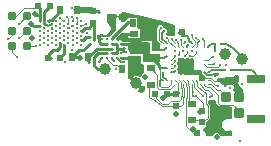
<source format=gbr>
G04 #@! TF.GenerationSoftware,KiCad,Pcbnew,7.0.9-7.0.9~ubuntu20.04.1*
G04 #@! TF.CreationDate,2023-12-28T04:07:48+00:00*
G04 #@! TF.ProjectId,yote,796f7465-2e6b-4696-9361-645f70636258,rev?*
G04 #@! TF.SameCoordinates,Original*
G04 #@! TF.FileFunction,Copper,L1,Top*
G04 #@! TF.FilePolarity,Positive*
%FSLAX46Y46*%
G04 Gerber Fmt 4.6, Leading zero omitted, Abs format (unit mm)*
G04 Created by KiCad (PCBNEW 7.0.9-7.0.9~ubuntu20.04.1) date 2023-12-28 04:07:48*
%MOMM*%
%LPD*%
G01*
G04 APERTURE LIST*
G04 Aperture macros list*
%AMRoundRect*
0 Rectangle with rounded corners*
0 $1 Rounding radius*
0 $2 $3 $4 $5 $6 $7 $8 $9 X,Y pos of 4 corners*
0 Add a 4 corners polygon primitive as box body*
4,1,4,$2,$3,$4,$5,$6,$7,$8,$9,$2,$3,0*
0 Add four circle primitives for the rounded corners*
1,1,$1+$1,$2,$3*
1,1,$1+$1,$4,$5*
1,1,$1+$1,$6,$7*
1,1,$1+$1,$8,$9*
0 Add four rect primitives between the rounded corners*
20,1,$1+$1,$2,$3,$4,$5,0*
20,1,$1+$1,$4,$5,$6,$7,0*
20,1,$1+$1,$6,$7,$8,$9,0*
20,1,$1+$1,$8,$9,$2,$3,0*%
G04 Aperture macros list end*
G04 #@! TA.AperFunction,SMDPad,CuDef*
%ADD10R,0.500000X0.600000*%
G04 #@! TD*
G04 #@! TA.AperFunction,SMDPad,CuDef*
%ADD11R,0.800000X0.600000*%
G04 #@! TD*
G04 #@! TA.AperFunction,SMDPad,CuDef*
%ADD12R,0.600000X0.500000*%
G04 #@! TD*
G04 #@! TA.AperFunction,SMDPad,CuDef*
%ADD13RoundRect,0.100000X-0.300000X0.350000X-0.300000X-0.350000X0.300000X-0.350000X0.300000X0.350000X0*%
G04 #@! TD*
G04 #@! TA.AperFunction,SMDPad,CuDef*
%ADD14RoundRect,0.100000X0.300000X-0.350000X0.300000X0.350000X-0.300000X0.350000X-0.300000X-0.350000X0*%
G04 #@! TD*
G04 #@! TA.AperFunction,SMDPad,CuDef*
%ADD15R,0.250000X0.270000*%
G04 #@! TD*
G04 #@! TA.AperFunction,ComponentPad*
%ADD16C,1.000000*%
G04 #@! TD*
G04 #@! TA.AperFunction,ConnectorPad*
%ADD17C,1.000000*%
G04 #@! TD*
G04 #@! TA.AperFunction,SMDPad,CuDef*
%ADD18C,0.243840*%
G04 #@! TD*
G04 #@! TA.AperFunction,SMDPad,CuDef*
%ADD19R,0.600000X0.800000*%
G04 #@! TD*
G04 #@! TA.AperFunction,SMDPad,CuDef*
%ADD20R,0.270000X0.250000*%
G04 #@! TD*
G04 #@! TA.AperFunction,SMDPad,CuDef*
%ADD21C,0.152400*%
G04 #@! TD*
G04 #@! TA.AperFunction,SMDPad,CuDef*
%ADD22C,0.220000*%
G04 #@! TD*
G04 #@! TA.AperFunction,SMDPad,CuDef*
%ADD23R,1.600000X0.800000*%
G04 #@! TD*
G04 #@! TA.AperFunction,SMDPad,CuDef*
%ADD24R,0.600000X0.700000*%
G04 #@! TD*
G04 #@! TA.AperFunction,ConnectorPad*
%ADD25C,0.787400*%
G04 #@! TD*
G04 #@! TA.AperFunction,ViaPad*
%ADD26C,0.300000*%
G04 #@! TD*
G04 #@! TA.AperFunction,ViaPad*
%ADD27C,0.500000*%
G04 #@! TD*
G04 #@! TA.AperFunction,Conductor*
%ADD28C,0.150000*%
G04 #@! TD*
G04 #@! TA.AperFunction,Conductor*
%ADD29C,0.110000*%
G04 #@! TD*
G04 #@! TA.AperFunction,Conductor*
%ADD30C,0.250000*%
G04 #@! TD*
G04 #@! TA.AperFunction,Conductor*
%ADD31C,0.500000*%
G04 #@! TD*
G04 #@! TA.AperFunction,Conductor*
%ADD32C,0.133500*%
G04 #@! TD*
G04 APERTURE END LIST*
D10*
X108000000Y-69370000D03*
X108000000Y-68370000D03*
D11*
X112870000Y-73180000D03*
X112870000Y-74580000D03*
D12*
X113280000Y-75370000D03*
X114280000Y-75370000D03*
D13*
X119240000Y-75580000D03*
D14*
X119240000Y-76980000D03*
X120340000Y-76980000D03*
D13*
X120340000Y-75580000D03*
D11*
X112460000Y-71670000D03*
X112460000Y-70270000D03*
D15*
X117300000Y-75530000D03*
X116750000Y-75530000D03*
D16*
X111660000Y-74420000D03*
D17*
X111660000Y-74420000D03*
D18*
X103505000Y-71220000D03*
X103505000Y-70820000D03*
X103505000Y-70420000D03*
X103505000Y-70020000D03*
X103505000Y-69620000D03*
X103505000Y-69220000D03*
X103850000Y-71020000D03*
X103850000Y-70620000D03*
X103850000Y-70220000D03*
X103850000Y-69820000D03*
X103850000Y-69420000D03*
X104195000Y-71220000D03*
X104195000Y-70820000D03*
X104195000Y-70420000D03*
X104195000Y-70020000D03*
X104195000Y-69620000D03*
X104195000Y-69220000D03*
X104540000Y-71020000D03*
X104540000Y-70620000D03*
X104540000Y-70220000D03*
X104540000Y-69820000D03*
X104540000Y-69420000D03*
X104885000Y-71220000D03*
X104885000Y-70820000D03*
X104885000Y-70420000D03*
X104885000Y-70020000D03*
X104885000Y-69620000D03*
X104885000Y-69220000D03*
X105230000Y-71020000D03*
X105230000Y-70620000D03*
X105230000Y-70220000D03*
X105230000Y-69820000D03*
X105230000Y-69420000D03*
X105575000Y-71220000D03*
X105575000Y-70820000D03*
X105575000Y-70420000D03*
X105575000Y-70020000D03*
X105575000Y-69620000D03*
X105575000Y-69220000D03*
X105920000Y-71020000D03*
X105920000Y-70620000D03*
X105920000Y-70220000D03*
X105920000Y-69820000D03*
X105920000Y-69420000D03*
X106265000Y-71220000D03*
X106265000Y-70820000D03*
X106265000Y-70420000D03*
X106265000Y-70020000D03*
X106265000Y-69620000D03*
X106265000Y-69220000D03*
X106610000Y-71020000D03*
X106610000Y-70620000D03*
X106610000Y-70220000D03*
X106610000Y-69820000D03*
X106610000Y-69420000D03*
X106955000Y-71220000D03*
X106955000Y-70820000D03*
X106955000Y-70420000D03*
X106955000Y-70020000D03*
X106955000Y-69620000D03*
X106955000Y-69220000D03*
D19*
X111360000Y-69390000D03*
X112760000Y-69390000D03*
D15*
X119150000Y-73375000D03*
X119700000Y-73375000D03*
D20*
X107700000Y-70575000D03*
X107700000Y-71125000D03*
D21*
X117740000Y-74560000D03*
X117390000Y-74560000D03*
X117040000Y-74560000D03*
X116340000Y-74560000D03*
X115640000Y-74560000D03*
X114940000Y-74560000D03*
X114240000Y-74560000D03*
X113890000Y-74560000D03*
X117740000Y-74210000D03*
X117390000Y-74210000D03*
X116690000Y-74210000D03*
X116340000Y-74210000D03*
X115990000Y-74210000D03*
X115640000Y-74210000D03*
X115290000Y-74210000D03*
X114940000Y-74210000D03*
X114590000Y-74210000D03*
X114240000Y-74210000D03*
X113890000Y-74210000D03*
X117390000Y-73860000D03*
X116690000Y-73860000D03*
X116340000Y-73860000D03*
X115990000Y-73860000D03*
X115640000Y-73860000D03*
X115290000Y-73860000D03*
X114940000Y-73860000D03*
X114590000Y-73860000D03*
X114240000Y-73860000D03*
X117740000Y-73510000D03*
X117390000Y-73510000D03*
X114590000Y-73510000D03*
X114240000Y-73510000D03*
X113890000Y-73510000D03*
X117390000Y-73160000D03*
X117040000Y-73160000D03*
X116690000Y-73160000D03*
X116340000Y-73160000D03*
X115990000Y-73160000D03*
X115640000Y-73160000D03*
X115290000Y-73160000D03*
X114590000Y-73160000D03*
X114240000Y-73160000D03*
X117740000Y-72810000D03*
X117390000Y-72810000D03*
X117040000Y-72810000D03*
X116340000Y-72810000D03*
X115990000Y-72810000D03*
X115640000Y-72810000D03*
X115290000Y-72810000D03*
X114590000Y-72810000D03*
X114240000Y-72810000D03*
X113890000Y-72810000D03*
X117390000Y-72460000D03*
X117040000Y-72460000D03*
X116340000Y-72460000D03*
X115990000Y-72460000D03*
X115640000Y-72460000D03*
X115290000Y-72460000D03*
X114590000Y-72460000D03*
X114240000Y-72460000D03*
X117740000Y-72110000D03*
X117390000Y-72110000D03*
X117040000Y-72110000D03*
X114590000Y-72110000D03*
X114240000Y-72110000D03*
X113890000Y-72110000D03*
X117390000Y-71760000D03*
X117040000Y-71760000D03*
X116690000Y-71760000D03*
X116340000Y-71760000D03*
X115990000Y-71760000D03*
X115640000Y-71760000D03*
X115290000Y-71760000D03*
X114940000Y-71760000D03*
X114590000Y-71760000D03*
X114240000Y-71760000D03*
X117740000Y-71410000D03*
X117390000Y-71410000D03*
X117040000Y-71410000D03*
X116690000Y-71410000D03*
X116340000Y-71410000D03*
X115990000Y-71410000D03*
X115640000Y-71410000D03*
X115290000Y-71410000D03*
X114940000Y-71410000D03*
X114590000Y-71410000D03*
X114240000Y-71410000D03*
X113890000Y-71410000D03*
X117740000Y-71060000D03*
X117040000Y-71060000D03*
X116340000Y-71060000D03*
X115640000Y-71060000D03*
X114940000Y-71060000D03*
X114240000Y-71060000D03*
X113890000Y-71060000D03*
D10*
X114990000Y-76390000D03*
X114990000Y-75390000D03*
D15*
X113875000Y-70270000D03*
X113325000Y-70270000D03*
D22*
X108790000Y-70730000D03*
X109190000Y-70730000D03*
X109590000Y-70730000D03*
X109990000Y-70730000D03*
X110390000Y-70730000D03*
X108790000Y-71130000D03*
X109190000Y-71130000D03*
X109590000Y-71130000D03*
X109990000Y-71130000D03*
X110390000Y-71130000D03*
X108790000Y-71530000D03*
X109190000Y-71530000D03*
X109590000Y-71530000D03*
X109990000Y-71530000D03*
X110390000Y-71530000D03*
X108790000Y-71930000D03*
X109190000Y-71930000D03*
X109590000Y-71930000D03*
X109990000Y-71930000D03*
X110390000Y-71930000D03*
X108790000Y-72330000D03*
X109190000Y-72330000D03*
X109590000Y-72330000D03*
X109990000Y-72330000D03*
X110390000Y-72330000D03*
D23*
X121760000Y-74110000D03*
X121760000Y-77510000D03*
D15*
X118305000Y-71170000D03*
X118855000Y-71170000D03*
D10*
X117240000Y-77770000D03*
X117240000Y-76770000D03*
D20*
X118620000Y-73700000D03*
X118620000Y-74250000D03*
D12*
X109460000Y-68840000D03*
X110460000Y-68840000D03*
X103360000Y-67910000D03*
X104360000Y-67910000D03*
X112560000Y-72380000D03*
X111560000Y-72380000D03*
D15*
X118615000Y-74700000D03*
X119165000Y-74700000D03*
D19*
X107600000Y-72250000D03*
X106200000Y-72250000D03*
D20*
X113220000Y-72165000D03*
X113220000Y-71615000D03*
D19*
X105240000Y-68260000D03*
X106640000Y-68260000D03*
D24*
X110470000Y-73280000D03*
D19*
X111870000Y-73280000D03*
D12*
X115560000Y-70080000D03*
X114560000Y-70080000D03*
D16*
X120650000Y-72400000D03*
D17*
X120650000Y-72400000D03*
D11*
X111470000Y-70250000D03*
X111470000Y-71650000D03*
D12*
X116840000Y-78630000D03*
X117840000Y-78630000D03*
D20*
X118100000Y-75565000D03*
X118100000Y-76115000D03*
D16*
X119200000Y-72000000D03*
D17*
X119200000Y-72000000D03*
D12*
X105180000Y-72280000D03*
X104180000Y-72280000D03*
D16*
X108980000Y-73220000D03*
D17*
X108980000Y-73220000D03*
D20*
X120250000Y-73375000D03*
X120250000Y-73925000D03*
D25*
X101105000Y-68770000D03*
X102375000Y-68770000D03*
X101105000Y-70040000D03*
X102375000Y-70040000D03*
X101105000Y-71310000D03*
X102375000Y-71310000D03*
D11*
X116380000Y-76200000D03*
X116380000Y-77600000D03*
D26*
X106265000Y-70020000D03*
X120593635Y-74482572D03*
X113995915Y-70044085D03*
X118350000Y-71700000D03*
D27*
X103090000Y-68560000D03*
X112550000Y-71775500D03*
D26*
X117872647Y-75627676D03*
X107298710Y-70648710D03*
D27*
X116455500Y-78340000D03*
D26*
X115315193Y-70204066D03*
X118358901Y-73873122D03*
X115640000Y-72460000D03*
X106610000Y-70620000D03*
X115990000Y-73160000D03*
X116450000Y-75550000D03*
X104540000Y-69444500D03*
X119960998Y-75035000D03*
X115990000Y-72810000D03*
X108470000Y-68430000D03*
X116073613Y-71238385D03*
X116340000Y-73160000D03*
X115245500Y-75297913D03*
X116451757Y-75162000D03*
X115286763Y-72455603D03*
X106610000Y-69820000D03*
X116343733Y-72464508D03*
X116340000Y-72810000D03*
D27*
X106890500Y-72353158D03*
D26*
X115640000Y-73160000D03*
D27*
X110407273Y-68852728D03*
D26*
X101540000Y-72210000D03*
X110592772Y-71496000D03*
X104357921Y-67950929D03*
X104437541Y-72324531D03*
X115640000Y-72810000D03*
D27*
X117045498Y-76888202D03*
X117550000Y-78409502D03*
D26*
X106233243Y-68113243D03*
X103850000Y-69420000D03*
X118690776Y-74214500D03*
X115290000Y-73160000D03*
X115990000Y-72460000D03*
X104890000Y-70020000D03*
X113926405Y-73896403D03*
X104195000Y-69620000D03*
X115280000Y-72800000D03*
X113221465Y-70316237D03*
D27*
X113922579Y-75704187D03*
D26*
X117967862Y-76130729D03*
X118195280Y-72203968D03*
X100820000Y-70690000D03*
D27*
X118452540Y-79041222D03*
D26*
X103850000Y-70220000D03*
X109927006Y-73247332D03*
D27*
X105180000Y-72280000D03*
X115035000Y-77029502D03*
D26*
X108047488Y-70810499D03*
X104544410Y-69833978D03*
X109905141Y-68774859D03*
D27*
X112415500Y-73914500D03*
D26*
X107650000Y-72650000D03*
X119295000Y-72895000D03*
X114913972Y-72571060D03*
D27*
X102812623Y-70628280D03*
D26*
X103850000Y-69820000D03*
D27*
X102745106Y-69402935D03*
D26*
X118273654Y-72815000D03*
X101690000Y-69420000D03*
X101690000Y-70640000D03*
X118739016Y-72939500D03*
X115640000Y-71760000D03*
X103150000Y-71319300D03*
X119600000Y-74820000D03*
X104885000Y-71220000D03*
X105662997Y-72684507D03*
X105238308Y-69424166D03*
X116340000Y-71760000D03*
X114924625Y-73447668D03*
X108479500Y-72674500D03*
X114927603Y-73017238D03*
X110830062Y-71810500D03*
X116198698Y-72117929D03*
X109771169Y-72602516D03*
X115810914Y-72110001D03*
X107407259Y-69417259D03*
X113717386Y-69754500D03*
X105810000Y-68856008D03*
X105575000Y-69620000D03*
X114940000Y-71760000D03*
X110620000Y-72680000D03*
X116740000Y-70590000D03*
X116400089Y-70399811D03*
X105570000Y-70820000D03*
X115428191Y-70825896D03*
X105230000Y-69820000D03*
X115043979Y-70761914D03*
X106214050Y-68863709D03*
X106630000Y-68899502D03*
X114276503Y-70651731D03*
X106260000Y-69620000D03*
X117280000Y-70735498D03*
X115822688Y-70940478D03*
X105926643Y-69821457D03*
X114665598Y-70669500D03*
X105185500Y-68949981D03*
X107452080Y-70190500D03*
X115299474Y-72080115D03*
X105230000Y-70620000D03*
X120424469Y-79324468D03*
X106184477Y-71610500D03*
X114908757Y-72159788D03*
D28*
X116343733Y-72464508D02*
X116339225Y-72460000D01*
X116339225Y-72460000D02*
X115290000Y-72460000D01*
X116340000Y-72468241D02*
X116340000Y-72810000D01*
X116343733Y-72464508D02*
X116340000Y-72468241D01*
X115990000Y-72810000D02*
X115990000Y-72460000D01*
X115280000Y-72462366D02*
X115280000Y-72810000D01*
X115286763Y-72455603D02*
X115286763Y-72456763D01*
X115286763Y-72456763D02*
X115290000Y-72460000D01*
X115286763Y-72455603D02*
X115280000Y-72462366D01*
X115280000Y-72810000D02*
X115290000Y-72810000D01*
D29*
X115990000Y-71760000D02*
X115990000Y-71900000D01*
X115990000Y-71900000D02*
X115810914Y-72079086D01*
X115810914Y-72079086D02*
X115810914Y-72110001D01*
X116198698Y-72117929D02*
X116494877Y-72117929D01*
X116690000Y-71922806D02*
X116690000Y-71760000D01*
X116494877Y-72117929D02*
X116690000Y-71922806D01*
D30*
X105230000Y-71020000D02*
X105240000Y-71030000D01*
X105240000Y-71405000D02*
X104975000Y-71670000D01*
X104180000Y-72070000D02*
X104180000Y-72280000D01*
X105240000Y-71030000D02*
X105240000Y-71405000D01*
X104975000Y-71670000D02*
X104580000Y-71670000D01*
X104580000Y-71670000D02*
X104180000Y-72070000D01*
X103505000Y-68055000D02*
X103360000Y-67910000D01*
D28*
X115945468Y-70490000D02*
X115600000Y-70490000D01*
D30*
X111480000Y-71550000D02*
X112450000Y-71550000D01*
X113010000Y-72300000D02*
X113598800Y-72888800D01*
D28*
X113890000Y-74210000D02*
X113670000Y-74210000D01*
X115459259Y-70060000D02*
X115315193Y-70204066D01*
X113875000Y-70270000D02*
X113875000Y-70165000D01*
D30*
X112550000Y-72300000D02*
X112550000Y-71650000D01*
D29*
X115861200Y-74676868D02*
X115940000Y-74755668D01*
D28*
X113670000Y-73160000D02*
X113660000Y-73150000D01*
X115600000Y-70490000D02*
X115570000Y-70460000D01*
D29*
X101105000Y-68770000D02*
X101480000Y-68770000D01*
D30*
X103505000Y-68700000D02*
X103230000Y-68700000D01*
D28*
X115570000Y-70060000D02*
X115459259Y-70060000D01*
D30*
X107680000Y-70555000D02*
X107700000Y-70575000D01*
D28*
X118358901Y-73873122D02*
X118557023Y-73675000D01*
D30*
X112450000Y-71550000D02*
X112460000Y-71560000D01*
X103505000Y-69220000D02*
X103505000Y-68700000D01*
D28*
X118058800Y-73751200D02*
X118135000Y-73675000D01*
X117740000Y-71410000D02*
X117980000Y-71170000D01*
D29*
X117040000Y-74560000D02*
X117072842Y-74560000D01*
X114590000Y-74522825D02*
X114331625Y-74781200D01*
D28*
X113648800Y-74231200D02*
X113648800Y-74659909D01*
X116132247Y-70852247D02*
X116132247Y-70676779D01*
D30*
X112550000Y-72300000D02*
X113085000Y-72300000D01*
D28*
X117390000Y-73510000D02*
X117631200Y-73751200D01*
D29*
X114590000Y-74210000D02*
X114590000Y-74522825D01*
D30*
X110950000Y-71130000D02*
X111470000Y-71650000D01*
D28*
X113998800Y-72351200D02*
X113406200Y-72351200D01*
X116340000Y-71060000D02*
X116132247Y-70852247D01*
D29*
X115640000Y-74210000D02*
X115861200Y-74431200D01*
X117072842Y-74560000D02*
X117512842Y-75000000D01*
X113631405Y-73198595D02*
X113670000Y-73160000D01*
D28*
X115570000Y-70460000D02*
X115570000Y-70060000D01*
D29*
X102140000Y-68110000D02*
X103160000Y-68110000D01*
D30*
X112550000Y-72300000D02*
X113010000Y-72300000D01*
D28*
X113670000Y-74210000D02*
X113635000Y-74175000D01*
D29*
X112460000Y-71670000D02*
X112460000Y-71685500D01*
X113770091Y-74781200D02*
X113648800Y-74659909D01*
D30*
X116745500Y-78630000D02*
X116455500Y-78340000D01*
X113598800Y-73088800D02*
X113670000Y-73160000D01*
D28*
X113875000Y-70165000D02*
X113995915Y-70044085D01*
X113875000Y-70695000D02*
X113875000Y-70270000D01*
D30*
X110390000Y-71130000D02*
X110950000Y-71130000D01*
D29*
X112460000Y-71685500D02*
X112550000Y-71775500D01*
D30*
X103230000Y-68700000D02*
X103090000Y-68560000D01*
D29*
X115940000Y-75650000D02*
X115835000Y-75755000D01*
D30*
X103505000Y-68700000D02*
X103505000Y-68055000D01*
X113085000Y-72300000D02*
X113220000Y-72165000D01*
D29*
X101480000Y-68770000D02*
X102140000Y-68110000D01*
X115835000Y-75755000D02*
X115835000Y-78045000D01*
D28*
X114240000Y-72110000D02*
X113998800Y-72351200D01*
D29*
X118100000Y-75565000D02*
X117935323Y-75565000D01*
D28*
X114240000Y-73160000D02*
X113670000Y-73160000D01*
D29*
X114331625Y-74781200D02*
X113770091Y-74781200D01*
D28*
X116132247Y-70676779D02*
X115945468Y-70490000D01*
X117980000Y-71170000D02*
X118305000Y-71170000D01*
D30*
X106955000Y-70820000D02*
X107127420Y-70820000D01*
D29*
X117512842Y-75000000D02*
X117732842Y-75000000D01*
D28*
X118557023Y-73675000D02*
X118620000Y-73675000D01*
D30*
X107392420Y-70555000D02*
X107680000Y-70555000D01*
D29*
X115835000Y-78045000D02*
X116460000Y-78670000D01*
D28*
X113670000Y-74210000D02*
X113648800Y-74231200D01*
D29*
X115940000Y-74755668D02*
X115940000Y-75650000D01*
X103160000Y-68110000D02*
X103360000Y-67910000D01*
D30*
X113598800Y-72888800D02*
X113598800Y-73088800D01*
X116840000Y-78630000D02*
X116745500Y-78630000D01*
D29*
X115861200Y-74431200D02*
X115861200Y-74676868D01*
D28*
X118350000Y-71700000D02*
X118305000Y-71655000D01*
D30*
X112550000Y-71650000D02*
X112460000Y-71560000D01*
D29*
X118100000Y-75367158D02*
X118100000Y-75565000D01*
D28*
X118305000Y-71655000D02*
X118305000Y-71170000D01*
X114240000Y-71060000D02*
X113875000Y-70695000D01*
D29*
X117732842Y-75000000D02*
X118100000Y-75367158D01*
D28*
X113406200Y-72351200D02*
X113220000Y-72165000D01*
D30*
X107127420Y-70820000D02*
X107392420Y-70555000D01*
D28*
X118135000Y-73675000D02*
X118620000Y-73675000D01*
D29*
X117935323Y-75565000D02*
X117872647Y-75627676D01*
X113631405Y-74171405D02*
X113631405Y-73198595D01*
D28*
X117631200Y-73751200D02*
X118058800Y-73751200D01*
D29*
X116460000Y-78670000D02*
X116820000Y-78670000D01*
D30*
X106787342Y-72250000D02*
X106200000Y-72250000D01*
D28*
X115640000Y-72810000D02*
X115640000Y-72460000D01*
X117040000Y-73580000D02*
X117040000Y-73990000D01*
X115280000Y-72800000D02*
X115630000Y-72800000D01*
D29*
X117715000Y-78215000D02*
X118439500Y-77490500D01*
D30*
X109590000Y-71930000D02*
X109990000Y-71930000D01*
D28*
X115630000Y-73480000D02*
X115980000Y-73480000D01*
D30*
X106815000Y-71635000D02*
X107240000Y-71635000D01*
D29*
X118620000Y-74225000D02*
X118227842Y-74225000D01*
D30*
X110446212Y-70765000D02*
X110411212Y-70730000D01*
D29*
X118439500Y-77490500D02*
X118439500Y-76845000D01*
D28*
X113325000Y-69675000D02*
X113610000Y-69390000D01*
D29*
X116450000Y-75550000D02*
X116470000Y-75530000D01*
X116340000Y-75050243D02*
X116340000Y-74560000D01*
D30*
X104393010Y-72280000D02*
X104437541Y-72324531D01*
D29*
X119800998Y-74500000D02*
X119345000Y-74500000D01*
D28*
X115990000Y-73160000D02*
X115990000Y-73470000D01*
X117040000Y-73990000D02*
X117260000Y-74210000D01*
D29*
X117550000Y-78409502D02*
X117715000Y-78244502D01*
D31*
X106640000Y-68260000D02*
X107920000Y-68260000D01*
D28*
X113220000Y-71615000D02*
X113220000Y-70375000D01*
D29*
X116750000Y-75560000D02*
X116750000Y-75530000D01*
X117163700Y-76770000D02*
X117320000Y-76770000D01*
D28*
X113926405Y-73546405D02*
X113890000Y-73510000D01*
X104273081Y-69541919D02*
X104195000Y-69620000D01*
X115640000Y-73470000D02*
X115630000Y-73480000D01*
X117390000Y-73860000D02*
X117390000Y-74210000D01*
X113325000Y-70270000D02*
X113325000Y-69675000D01*
D30*
X110411212Y-70730000D02*
X110400606Y-70740606D01*
D29*
X119960998Y-74539002D02*
X119960998Y-75035000D01*
D30*
X114570000Y-70040000D02*
X114570000Y-70060000D01*
X104360000Y-67910000D02*
X103850000Y-68420000D01*
D28*
X115980000Y-73480000D02*
X116340000Y-73480000D01*
X115630000Y-72800000D02*
X115640000Y-72810000D01*
D31*
X107920000Y-68260000D02*
X108030000Y-68370000D01*
D28*
X115640000Y-72810000D02*
X115640000Y-73160000D01*
D30*
X104360000Y-67910000D02*
X104360000Y-67948850D01*
X112460000Y-70270000D02*
X112460000Y-69990000D01*
D28*
X113926405Y-73896405D02*
X114240000Y-74210000D01*
D29*
X111980000Y-68810000D02*
X110490000Y-68810000D01*
D28*
X113221465Y-70316237D02*
X113278763Y-70316237D01*
D29*
X119405000Y-76845000D02*
X118439500Y-76845000D01*
D28*
X118855000Y-71170000D02*
X119215787Y-71170000D01*
D30*
X113961706Y-75704187D02*
X114280000Y-75385893D01*
D29*
X120060998Y-74760000D02*
X120270000Y-74760000D01*
X104885000Y-70020000D02*
X104890000Y-70020000D01*
D30*
X114280000Y-75380000D02*
X114980000Y-75380000D01*
D28*
X116340000Y-73480000D02*
X116940000Y-73480000D01*
D30*
X113922579Y-75704187D02*
X113961706Y-75704187D01*
D29*
X118620000Y-74225000D02*
X118630500Y-74214500D01*
X117715000Y-78244502D02*
X117715000Y-78215000D01*
D30*
X108410000Y-68370000D02*
X108470000Y-68430000D01*
D28*
X116073613Y-71238385D02*
X115990000Y-71321998D01*
X113256200Y-71651200D02*
X113998800Y-71651200D01*
D30*
X112760000Y-69390000D02*
X113920000Y-69390000D01*
X112460000Y-70270000D02*
X111965000Y-70765000D01*
D29*
X112760000Y-69390000D02*
X112300000Y-68930000D01*
D28*
X104195000Y-69620000D02*
X104073081Y-69498081D01*
D29*
X112300000Y-68930000D02*
X112100000Y-68930000D01*
X106640000Y-68260000D02*
X106380000Y-68260000D01*
D28*
X116940000Y-73480000D02*
X117040000Y-73580000D01*
D29*
X101105000Y-71775000D02*
X101540000Y-72210000D01*
D30*
X106200000Y-72250000D02*
X106815000Y-71635000D01*
X109990000Y-71530000D02*
X110558772Y-71530000D01*
D28*
X117260000Y-74210000D02*
X117390000Y-74210000D01*
D29*
X118690776Y-74214500D02*
X118690776Y-74225776D01*
X117045498Y-76888202D02*
X117163700Y-76770000D01*
X118100000Y-76115000D02*
X118100000Y-76505500D01*
D30*
X107240000Y-71585000D02*
X107700000Y-71125000D01*
D28*
X115290000Y-73400000D02*
X115370000Y-73480000D01*
D30*
X110405000Y-72315000D02*
X110395061Y-72324939D01*
D29*
X120250000Y-74250000D02*
X119960998Y-74539002D01*
D28*
X104540000Y-69420000D02*
X104418081Y-69541919D01*
D29*
X118690776Y-74225776D02*
X119165000Y-74700000D01*
D28*
X115990000Y-72810000D02*
X116340000Y-72810000D01*
D29*
X118227842Y-74225000D02*
X117974042Y-73971200D01*
D28*
X113278763Y-70316237D02*
X113325000Y-70270000D01*
X120650000Y-72267841D02*
X120650000Y-72400000D01*
D29*
X112100000Y-68930000D02*
X111980000Y-68810000D01*
D28*
X104073081Y-69498081D02*
X103928081Y-69498081D01*
D30*
X117550000Y-78409502D02*
X117770498Y-78630000D01*
D28*
X119215787Y-71170000D02*
X119817461Y-71435302D01*
X115990000Y-73470000D02*
X115980000Y-73480000D01*
D29*
X118100000Y-76115000D02*
X117983591Y-76115000D01*
D28*
X113220000Y-70375000D02*
X113325000Y-70270000D01*
D30*
X104360000Y-67948850D02*
X104357921Y-67950929D01*
D28*
X103928081Y-69498081D02*
X103850000Y-69420000D01*
X113220000Y-71615000D02*
X113256200Y-71651200D01*
X115640000Y-73160000D02*
X115640000Y-73470000D01*
D30*
X112460000Y-69990000D02*
X112460000Y-69690000D01*
D28*
X119817461Y-71435302D02*
X120650000Y-72267841D01*
D30*
X109990000Y-71130000D02*
X109990000Y-71930000D01*
D29*
X114940000Y-74210000D02*
X115161200Y-74431200D01*
X117320000Y-76770000D02*
X117320000Y-76130000D01*
D32*
X115161200Y-75218800D02*
X114990000Y-75390000D01*
D28*
X104418081Y-69541919D02*
X104273081Y-69541919D01*
D29*
X118100000Y-76505500D02*
X118214500Y-76620000D01*
X120250000Y-73925000D02*
X120250000Y-74250000D01*
X117320000Y-76130000D02*
X116750000Y-75560000D01*
X117974042Y-73971200D02*
X117501200Y-73971200D01*
X110490000Y-68810000D02*
X110460000Y-68840000D01*
D28*
X113998800Y-71651200D02*
X114240000Y-71410000D01*
D30*
X111965000Y-70765000D02*
X110446212Y-70765000D01*
D28*
X115290000Y-72810000D02*
X115290000Y-73160000D01*
X115640000Y-72810000D02*
X115990000Y-72810000D01*
D30*
X109590000Y-71130000D02*
X109990000Y-71130000D01*
D28*
X113926405Y-73896403D02*
X113926405Y-73896405D01*
D30*
X104180000Y-72280000D02*
X104393010Y-72280000D01*
X111560000Y-72380000D02*
X111495000Y-72315000D01*
X111830000Y-73280000D02*
X111840000Y-73280000D01*
D28*
X116340000Y-72810000D02*
X116340000Y-73160000D01*
D29*
X117501200Y-73971200D02*
X117390000Y-73860000D01*
D30*
X103850000Y-68420000D02*
X103850000Y-69420000D01*
D28*
X115290000Y-73160000D02*
X115290000Y-73400000D01*
D29*
X116340000Y-75440000D02*
X116340000Y-74560000D01*
D30*
X110558772Y-71530000D02*
X110592772Y-71496000D01*
D28*
X116340000Y-73160000D02*
X116340000Y-73480000D01*
D30*
X112460000Y-69690000D02*
X112760000Y-69390000D01*
D28*
X104540000Y-69420000D02*
X104540000Y-69444500D01*
D32*
X115161200Y-75150000D02*
X115161200Y-75218800D01*
D29*
X116451757Y-75162000D02*
X116340000Y-75050243D01*
X115161200Y-75150000D02*
X115161200Y-75198800D01*
D30*
X107240000Y-71635000D02*
X107240000Y-71585000D01*
D29*
X119345000Y-74500000D02*
X119205000Y-74640000D01*
D30*
X106890500Y-72353158D02*
X106787342Y-72250000D01*
D29*
X120365000Y-75555000D02*
X120365000Y-74855000D01*
X118439500Y-76845000D02*
X118214500Y-76620000D01*
X118630500Y-74214500D02*
X118690776Y-74214500D01*
D28*
X115370000Y-73480000D02*
X115630000Y-73480000D01*
X115990000Y-72810000D02*
X115990000Y-73160000D01*
D30*
X117770498Y-78630000D02*
X117840000Y-78630000D01*
X108030000Y-68370000D02*
X108410000Y-68370000D01*
D28*
X115990000Y-71321998D02*
X115990000Y-71410000D01*
X115290000Y-73160000D02*
X116340000Y-73160000D01*
D29*
X101105000Y-71310000D02*
X101105000Y-71775000D01*
X115161200Y-74431200D02*
X115161200Y-75150000D01*
D30*
X111495000Y-72315000D02*
X110405000Y-72315000D01*
D29*
X106380000Y-68260000D02*
X106233243Y-68113243D01*
D30*
X111550000Y-72300000D02*
X111450000Y-72400000D01*
D28*
X113926405Y-73896403D02*
X113926405Y-73546405D01*
D29*
X116470000Y-75530000D02*
X116750000Y-75530000D01*
X120365000Y-74855000D02*
X120270000Y-74760000D01*
D30*
X113920000Y-69390000D02*
X114570000Y-70040000D01*
X110430000Y-68940000D02*
X110550000Y-68940000D01*
D29*
X119800998Y-74500000D02*
X120060998Y-74760000D01*
X116450000Y-75550000D02*
X116340000Y-75440000D01*
X117983591Y-76115000D02*
X117967862Y-76130729D01*
X117367175Y-75200000D02*
X117440000Y-75200000D01*
X117577647Y-75337647D02*
X117577647Y-76197647D01*
X117440000Y-75200000D02*
X117577647Y-75337647D01*
X117710000Y-77380000D02*
X117490000Y-77600000D01*
X116818800Y-74338800D02*
X116818800Y-74651625D01*
X117490000Y-77600000D02*
X116380000Y-77600000D01*
X117710000Y-76330000D02*
X117710000Y-77380000D01*
X116818800Y-74651625D02*
X117367175Y-75200000D01*
X116690000Y-74210000D02*
X116818800Y-74338800D01*
X117577647Y-76197647D02*
X117710000Y-76330000D01*
X118360000Y-74640000D02*
X118555000Y-74640000D01*
X117740000Y-74210000D02*
X117930000Y-74210000D01*
X118555000Y-74640000D02*
X118615000Y-74700000D01*
X117930000Y-74210000D02*
X118360000Y-74640000D01*
X121830000Y-74040000D02*
X121760000Y-74110000D01*
D32*
X121637868Y-73462868D02*
X121672132Y-73497132D01*
X119700000Y-73375000D02*
X121425736Y-73375000D01*
D29*
X121085000Y-74110000D02*
X121760000Y-74110000D01*
D32*
X121760000Y-73709264D02*
X121760000Y-74110000D01*
X121760025Y-73709264D02*
G75*
G03*
X121672132Y-73497132I-300025J-36D01*
G01*
X121637850Y-73462886D02*
G75*
G03*
X121425736Y-73375000I-212150J-212114D01*
G01*
D29*
X115740000Y-74838510D02*
X115740000Y-75567157D01*
X115635000Y-75672157D02*
X115635000Y-76185000D01*
X112729733Y-74720267D02*
X112870000Y-74580000D01*
X115640000Y-74560000D02*
X115640000Y-74738510D01*
X115430000Y-76390000D02*
X113834913Y-76390000D01*
X112729733Y-75614338D02*
X112729733Y-74720267D01*
X113834913Y-76390000D02*
X113300376Y-75995568D01*
X115640000Y-74738510D02*
X115740000Y-74838510D01*
X115635000Y-76185000D02*
X115430000Y-76390000D01*
X115740000Y-75567157D02*
X115635000Y-75672157D01*
X113300376Y-75995568D02*
X112729733Y-75614338D01*
X116340000Y-74210000D02*
X116561200Y-74431200D01*
X116561200Y-74791200D02*
X117300000Y-75530000D01*
X116561200Y-74431200D02*
X116561200Y-74791200D01*
X115540000Y-75484314D02*
X115435000Y-75589314D01*
X113505588Y-75915588D02*
X113320000Y-75730000D01*
X115435000Y-75765000D02*
X115255000Y-75945000D01*
X115418800Y-74800153D02*
X115540000Y-74921353D01*
X115255000Y-75945000D02*
X114595000Y-75945000D01*
X115435000Y-75589314D02*
X115435000Y-75765000D01*
X115540000Y-74921353D02*
X115540000Y-75484314D01*
X114350000Y-76190000D02*
X113877473Y-76190000D01*
X113320000Y-75730000D02*
X113320000Y-75400000D01*
X114595000Y-75945000D02*
X114350000Y-76190000D01*
X115290000Y-74210000D02*
X115418800Y-74338800D01*
X115418800Y-74338800D02*
X115418800Y-74800153D01*
X113877473Y-76190000D02*
X113505588Y-75915588D01*
X118192937Y-72201625D02*
X117961200Y-72201625D01*
X118195280Y-72203968D02*
X118192937Y-72201625D01*
X117702825Y-72460000D02*
X117390000Y-72460000D01*
X117961200Y-72201625D02*
X117702825Y-72460000D01*
X101105000Y-70405000D02*
X101105000Y-70040000D01*
X100820000Y-70690000D02*
X101105000Y-70405000D01*
D30*
X106955000Y-70020000D02*
X107106392Y-70020000D01*
X108050000Y-69390000D02*
X108050000Y-70810499D01*
X107106392Y-70020000D02*
X107344133Y-69782259D01*
X108030000Y-69370000D02*
X108050000Y-69390000D01*
X107344133Y-69782259D02*
X107617741Y-69782259D01*
X107617741Y-69782259D02*
X108030000Y-69370000D01*
X105575000Y-71885000D02*
X105180000Y-72280000D01*
X105575000Y-71220000D02*
X105575000Y-71885000D01*
D28*
X104540000Y-69829568D02*
X104544410Y-69833978D01*
X104540000Y-69820000D02*
X104540000Y-69829568D01*
D30*
X104335000Y-69080000D02*
X104540000Y-69080000D01*
X104540000Y-69080000D02*
X105240000Y-68380000D01*
X104195000Y-69220000D02*
X104335000Y-69080000D01*
X109905141Y-68774859D02*
X109525141Y-68774859D01*
D28*
X109330000Y-70430000D02*
X109700000Y-70060000D01*
D30*
X108634437Y-71130000D02*
X108465000Y-70960563D01*
X109700000Y-69900000D02*
X109700000Y-69080000D01*
X109525141Y-68774859D02*
X109460000Y-68840000D01*
X109190000Y-71130000D02*
X108790000Y-71130000D01*
D28*
X109700000Y-70060000D02*
X109700000Y-69900000D01*
X108630380Y-70430000D02*
X109330000Y-70430000D01*
D30*
X108790000Y-71130000D02*
X108634437Y-71130000D01*
X108465000Y-70960563D02*
X108465000Y-70595380D01*
D28*
X108465000Y-70595380D02*
X108630380Y-70430000D01*
D30*
X109700000Y-69080000D02*
X109460000Y-68840000D01*
X109590000Y-70609064D02*
X110959064Y-69240000D01*
X109590000Y-70730000D02*
X109590000Y-70609064D01*
X110959064Y-69240000D02*
X111360000Y-69240000D01*
X107600000Y-72600000D02*
X107650000Y-72650000D01*
X107600000Y-72250000D02*
X107600000Y-72600000D01*
X108320000Y-71530000D02*
X107600000Y-72250000D01*
X109590000Y-71530000D02*
X108790000Y-71530000D01*
X108790000Y-71530000D02*
X108320000Y-71530000D01*
D29*
X114913972Y-72571060D02*
X114675032Y-72810000D01*
X114675032Y-72810000D02*
X114590000Y-72810000D01*
D30*
X103505000Y-69620000D02*
X102962171Y-69620000D01*
X102962171Y-69620000D02*
X102745106Y-69402935D01*
D29*
X102375000Y-68770000D02*
X102340000Y-68770000D01*
X102340000Y-68770000D02*
X101690000Y-69420000D01*
X118273654Y-72815000D02*
X118268654Y-72810000D01*
X118268654Y-72810000D02*
X117740000Y-72810000D01*
X117690000Y-73110000D02*
X117390000Y-72810000D01*
X102290000Y-70040000D02*
X101690000Y-70640000D01*
X102375000Y-70040000D02*
X102288498Y-70040000D01*
X118739016Y-72939500D02*
X118568516Y-73110000D01*
X118568516Y-73110000D02*
X117690000Y-73110000D01*
X102375000Y-70040000D02*
X102290000Y-70040000D01*
X103140700Y-71310000D02*
X102375000Y-71310000D01*
X103150000Y-71319300D02*
X103140700Y-71310000D01*
X116140000Y-74672825D02*
X116140000Y-75960000D01*
X116061200Y-74281200D02*
X116061200Y-74594025D01*
X115990000Y-74210000D02*
X116061200Y-74281200D01*
X116061200Y-74594025D02*
X116140000Y-74672825D01*
X116140000Y-75960000D02*
X116380000Y-76200000D01*
D32*
X117740000Y-73510000D02*
X117787132Y-73462868D01*
X117999264Y-73375000D02*
X119150000Y-73375000D01*
X117999264Y-73374975D02*
G75*
G03*
X117787132Y-73462868I36J-300025D01*
G01*
D29*
X113626200Y-74981200D02*
X113415000Y-74770000D01*
X113415000Y-73725000D02*
X112870000Y-73180000D01*
X114940000Y-74560000D02*
X114518800Y-74981200D01*
X114518800Y-74981200D02*
X113626200Y-74981200D01*
X113415000Y-74770000D02*
X113415000Y-73725000D01*
D30*
X110410380Y-70250000D02*
X111470000Y-70250000D01*
X109990000Y-70670380D02*
X110410380Y-70250000D01*
X109990000Y-70730000D02*
X109990000Y-70670380D01*
D29*
X105234166Y-69424166D02*
X105230000Y-69420000D01*
X105238308Y-69424166D02*
X105234166Y-69424166D01*
X110037516Y-72897516D02*
X110460000Y-73320000D01*
X109648975Y-72897516D02*
X110037516Y-72897516D01*
X109648975Y-72897516D02*
X109190000Y-72438541D01*
X109190000Y-72438541D02*
X109190000Y-72330000D01*
D28*
X114862293Y-73510000D02*
X114590000Y-73510000D01*
X114924625Y-73447668D02*
X114862293Y-73510000D01*
X108479500Y-72674500D02*
X108479500Y-72640500D01*
X108479500Y-72640500D02*
X108790000Y-72330000D01*
D29*
X117970000Y-74560000D02*
X118470000Y-75060000D01*
X118720000Y-75060000D02*
X119215000Y-75555000D01*
X117740000Y-74560000D02*
X117970000Y-74560000D01*
X118470000Y-75060000D02*
X118720000Y-75060000D01*
X118570000Y-76100000D02*
X118740000Y-76270000D01*
X117890000Y-74800000D02*
X118570000Y-75480000D01*
X117620000Y-74800000D02*
X117890000Y-74800000D01*
X118740000Y-76270000D02*
X119870000Y-76270000D01*
X120265000Y-76665000D02*
X120265000Y-76905000D01*
X117390000Y-74560000D02*
X117390000Y-74570000D01*
X119870000Y-76270000D02*
X120265000Y-76665000D01*
X118570000Y-75480000D02*
X118570000Y-76100000D01*
X117390000Y-74570000D02*
X117620000Y-74800000D01*
X114927603Y-73017238D02*
X114784841Y-73160000D01*
X114784841Y-73160000D02*
X114590000Y-73160000D01*
D28*
X110830062Y-71810500D02*
X110519622Y-71810500D01*
X110519622Y-71810500D02*
X110400122Y-71930000D01*
X110400122Y-71930000D02*
X110390000Y-71930000D01*
X109590000Y-72421347D02*
X109771169Y-72602516D01*
X109590000Y-72330000D02*
X109590000Y-72421347D01*
D29*
X107020000Y-69620000D02*
X106955000Y-69620000D01*
X107222741Y-69417259D02*
X107020000Y-69620000D01*
X107407259Y-69417259D02*
X107222741Y-69417259D01*
X113605000Y-70775000D02*
X113890000Y-71060000D01*
X113717386Y-69754500D02*
X113605000Y-69866886D01*
X113605000Y-69866886D02*
X113605000Y-70775000D01*
X105920000Y-68966008D02*
X105920000Y-69420000D01*
X105810000Y-68856008D02*
X105920000Y-68966008D01*
X116818800Y-71281200D02*
X116690000Y-71410000D01*
D28*
X110620000Y-72680000D02*
X110340000Y-72680000D01*
D29*
X116740000Y-70590000D02*
X116948375Y-70798375D01*
X116818800Y-70968375D02*
X116818800Y-71281200D01*
X116948375Y-70838800D02*
X116818800Y-70968375D01*
D28*
X110340000Y-72680000D02*
X109990000Y-72330000D01*
D29*
X116948375Y-70798375D02*
X116948375Y-70838800D01*
X116400089Y-70399811D02*
X116400089Y-70666822D01*
X116618800Y-70885533D02*
X116618800Y-71131200D01*
X116618800Y-71131200D02*
X116340000Y-71410000D01*
X105575000Y-70820000D02*
X105570000Y-70820000D01*
X116400089Y-70666822D02*
X116618800Y-70885533D01*
X115418800Y-70835287D02*
X115428191Y-70825896D01*
X115418800Y-71188800D02*
X115418800Y-70835287D01*
X115640000Y-71410000D02*
X115418800Y-71188800D01*
X115213800Y-71028699D02*
X115133191Y-70948090D01*
X115133191Y-70851126D02*
X115043979Y-70761914D01*
X106214050Y-68863709D02*
X106265000Y-68914659D01*
X115290000Y-71410000D02*
X115213800Y-71333800D01*
X115133191Y-70948090D02*
X115133191Y-70851126D01*
X106265000Y-68914659D02*
X106265000Y-69220000D01*
X115213800Y-71333800D02*
X115213800Y-71028699D01*
X106610000Y-69420000D02*
X106610000Y-68919502D01*
X114276503Y-70651731D02*
X114370598Y-70745826D01*
X114370598Y-70840598D02*
X114940000Y-71410000D01*
X106610000Y-68919502D02*
X106630000Y-68899502D01*
X114370598Y-70745826D02*
X114370598Y-70840598D01*
X106265000Y-69620000D02*
X106260000Y-69620000D01*
X117280000Y-70735498D02*
X117390000Y-70845498D01*
X117390000Y-70845498D02*
X117390000Y-71410000D01*
X115822688Y-70940478D02*
X115759522Y-70940478D01*
X115759522Y-70940478D02*
X115640000Y-71060000D01*
X105920000Y-69820000D02*
X105925186Y-69820000D01*
X105925186Y-69820000D02*
X105926643Y-69821457D01*
X114924871Y-71060000D02*
X114817435Y-70952564D01*
X114817435Y-70952564D02*
X114665598Y-70800727D01*
X114665598Y-70800727D02*
X114665598Y-70669500D01*
X114940000Y-71060000D02*
X114924871Y-71060000D01*
X115290000Y-71760000D02*
X115290000Y-72070641D01*
X105185500Y-68949981D02*
X105455519Y-69220000D01*
X105455519Y-69220000D02*
X105575000Y-69220000D01*
X115290000Y-72070641D02*
X115299474Y-72080115D01*
D30*
X108115000Y-72215832D02*
X108115000Y-72955000D01*
X108400832Y-71930000D02*
X108115000Y-72215832D01*
X108380000Y-73220000D02*
X109010000Y-73220000D01*
X109190000Y-71930000D02*
X108400832Y-71930000D01*
X108115000Y-72955000D02*
X108380000Y-73220000D01*
D29*
X114908757Y-72159788D02*
X114608545Y-72460000D01*
X114608545Y-72460000D02*
X114590000Y-72460000D01*
G04 #@! TA.AperFunction,Conductor*
G36*
X118357539Y-75919685D02*
G01*
X118403294Y-75972489D01*
X118414500Y-76024000D01*
X118414500Y-76130459D01*
X118414501Y-76130472D01*
X118414501Y-76141669D01*
X118416936Y-76145886D01*
X118429320Y-76175783D01*
X118430580Y-76180486D01*
X118430583Y-76180492D01*
X118442808Y-76192717D01*
X118442832Y-76192744D01*
X118651580Y-76401491D01*
X118651594Y-76401503D01*
X118659508Y-76409417D01*
X118664213Y-76410677D01*
X118694115Y-76423063D01*
X118698334Y-76425499D01*
X118709528Y-76425499D01*
X118709540Y-76425500D01*
X118719530Y-76425500D01*
X118781665Y-76425500D01*
X119626000Y-76425500D01*
X119693039Y-76445185D01*
X119738794Y-76497989D01*
X119750000Y-76549500D01*
X119750000Y-77388922D01*
X119730315Y-77455961D01*
X119677511Y-77501716D01*
X119608353Y-77511660D01*
X119574490Y-77501717D01*
X119547439Y-77489363D01*
X119467594Y-77477884D01*
X119440782Y-77474029D01*
X119369184Y-77474029D01*
X119359120Y-77475476D01*
X119262526Y-77489363D01*
X119131611Y-77549151D01*
X119131609Y-77549152D01*
X119022839Y-77643402D01*
X118945028Y-77764478D01*
X118904483Y-77902565D01*
X118904483Y-78046492D01*
X118945028Y-78184579D01*
X118945030Y-78184582D01*
X119022840Y-78305657D01*
X119131610Y-78399906D01*
X119262526Y-78459694D01*
X119369184Y-78475029D01*
X119369187Y-78475029D01*
X119440779Y-78475029D01*
X119440782Y-78475029D01*
X119547440Y-78459694D01*
X119574489Y-78447340D01*
X119643646Y-78437397D01*
X119707202Y-78466421D01*
X119744977Y-78525199D01*
X119750000Y-78560135D01*
X119750000Y-78776000D01*
X119730315Y-78843039D01*
X119677511Y-78888794D01*
X119626000Y-78900000D01*
X118849946Y-78900000D01*
X118782907Y-78880315D01*
X118746298Y-78839851D01*
X118745368Y-78840527D01*
X118739636Y-78832637D01*
X118739635Y-78832635D01*
X118739632Y-78832632D01*
X118739630Y-78832629D01*
X118661132Y-78754131D01*
X118661128Y-78754128D01*
X118661127Y-78754127D01*
X118625476Y-78735962D01*
X118562198Y-78703720D01*
X118452542Y-78686353D01*
X118452538Y-78686353D01*
X118342881Y-78703720D01*
X118243954Y-78754126D01*
X118243947Y-78754131D01*
X118165449Y-78832629D01*
X118159712Y-78840527D01*
X118158603Y-78839721D01*
X118117645Y-78883090D01*
X118055134Y-78900000D01*
X117724000Y-78900000D01*
X117656961Y-78880315D01*
X117611206Y-78827511D01*
X117600000Y-78776000D01*
X117600000Y-77761272D01*
X117619685Y-77694233D01*
X117636314Y-77673596D01*
X117834430Y-77475481D01*
X117834430Y-77475480D01*
X117843336Y-77466575D01*
X117843344Y-77466563D01*
X117849417Y-77460492D01*
X117850678Y-77455785D01*
X117863065Y-77425880D01*
X117865499Y-77421666D01*
X117865499Y-77414912D01*
X117865500Y-77414903D01*
X117865500Y-76305366D01*
X117865499Y-76305348D01*
X117865499Y-76288334D01*
X117865499Y-76288333D01*
X117863063Y-76284114D01*
X117850677Y-76254214D01*
X117849417Y-76249508D01*
X117834430Y-76234520D01*
X117834429Y-76234519D01*
X117769464Y-76169553D01*
X117735980Y-76108229D01*
X117733147Y-76081873D01*
X117733147Y-76024000D01*
X117752832Y-75956961D01*
X117805636Y-75911206D01*
X117857147Y-75900000D01*
X118290500Y-75900000D01*
X118357539Y-75919685D01*
G37*
G04 #@! TD.AperFunction*
G04 #@! TA.AperFunction,Conductor*
G36*
X115673802Y-72319685D02*
G01*
X115675652Y-72320897D01*
X115713174Y-72345967D01*
X115810912Y-72365409D01*
X115810914Y-72365409D01*
X115810916Y-72365409D01*
X115868798Y-72353895D01*
X115908654Y-72345967D01*
X115929982Y-72331715D01*
X115996660Y-72310838D01*
X116064040Y-72329323D01*
X116067755Y-72331710D01*
X116100958Y-72353895D01*
X116133538Y-72360375D01*
X116198696Y-72373337D01*
X116198698Y-72373337D01*
X116198700Y-72373337D01*
X116263858Y-72360375D01*
X116296438Y-72353895D01*
X116324316Y-72335268D01*
X116345825Y-72320897D01*
X116412502Y-72300020D01*
X116414714Y-72300000D01*
X116426000Y-72300000D01*
X116493039Y-72319685D01*
X116538794Y-72372489D01*
X116550000Y-72424000D01*
X116550000Y-73013857D01*
X116530315Y-73080896D01*
X116529104Y-73082745D01*
X116523551Y-73091055D01*
X116509838Y-73159997D01*
X116509838Y-73160002D01*
X116523550Y-73228940D01*
X116523551Y-73228943D01*
X116523552Y-73228945D01*
X116529101Y-73237249D01*
X116548181Y-73298181D01*
X116552553Y-73302553D01*
X116610896Y-73319685D01*
X116612745Y-73320896D01*
X116621055Y-73326448D01*
X116689998Y-73340162D01*
X116690000Y-73340162D01*
X116690002Y-73340162D01*
X116735963Y-73331019D01*
X116758945Y-73326448D01*
X116763651Y-73323303D01*
X116767255Y-73320896D01*
X116833932Y-73300020D01*
X116836143Y-73300000D01*
X116893857Y-73300000D01*
X116960896Y-73319685D01*
X116962745Y-73320896D01*
X116971055Y-73326448D01*
X117039997Y-73340162D01*
X117039998Y-73340161D01*
X117040000Y-73340162D01*
X117069996Y-73334195D01*
X117139585Y-73340421D01*
X117194763Y-73383283D01*
X117218009Y-73449173D01*
X117215805Y-73480002D01*
X117209540Y-73511499D01*
X117209220Y-73515016D01*
X117209577Y-73520912D01*
X117209577Y-73520913D01*
X117215326Y-73539365D01*
X117216939Y-73545704D01*
X117223551Y-73578942D01*
X117227754Y-73589087D01*
X117232109Y-73598207D01*
X117235316Y-73603511D01*
X117240693Y-73608888D01*
X117256110Y-73627672D01*
X117262606Y-73637394D01*
X117272323Y-73643886D01*
X117291111Y-73659306D01*
X117381805Y-73750000D01*
X117463681Y-73831875D01*
X117497166Y-73893198D01*
X117500000Y-73919556D01*
X117500000Y-74176000D01*
X117480315Y-74243039D01*
X117427511Y-74288794D01*
X117376000Y-74300000D01*
X117074000Y-74300000D01*
X117006961Y-74280315D01*
X116961206Y-74227511D01*
X116950000Y-74176000D01*
X116950000Y-73750000D01*
X116881041Y-73750000D01*
X116814002Y-73730315D01*
X116812150Y-73729102D01*
X116758945Y-73693551D01*
X116690002Y-73679838D01*
X116689998Y-73679838D01*
X116621055Y-73693551D01*
X116583890Y-73718384D01*
X116517212Y-73739261D01*
X116449832Y-73720776D01*
X116446110Y-73718384D01*
X116408944Y-73693551D01*
X116340002Y-73679838D01*
X116339998Y-73679838D01*
X116271055Y-73693551D01*
X116233890Y-73718384D01*
X116167212Y-73739261D01*
X116099832Y-73720776D01*
X116096110Y-73718384D01*
X116058944Y-73693551D01*
X115990002Y-73679838D01*
X115989998Y-73679838D01*
X115921055Y-73693551D01*
X115883890Y-73718384D01*
X115817212Y-73739261D01*
X115749832Y-73720776D01*
X115746110Y-73718384D01*
X115708944Y-73693551D01*
X115640002Y-73679838D01*
X115639998Y-73679838D01*
X115571055Y-73693551D01*
X115533890Y-73718384D01*
X115467212Y-73739261D01*
X115399832Y-73720776D01*
X115396110Y-73718384D01*
X115358944Y-73693551D01*
X115290002Y-73679838D01*
X115284946Y-73679838D01*
X115217907Y-73660153D01*
X115172152Y-73607349D01*
X115162208Y-73538191D01*
X115163329Y-73531647D01*
X115180033Y-73447670D01*
X115180033Y-73447665D01*
X115160591Y-73349928D01*
X115159438Y-73347143D01*
X115150000Y-73299693D01*
X115150000Y-73172401D01*
X115159440Y-73124945D01*
X115163566Y-73114982D01*
X115163569Y-73114978D01*
X115169981Y-73082745D01*
X115183011Y-73017240D01*
X115183011Y-73017235D01*
X115163569Y-72919498D01*
X115159438Y-72909523D01*
X115150000Y-72862073D01*
X115150000Y-72680700D01*
X115152383Y-72656508D01*
X115154870Y-72644008D01*
X115169380Y-72571060D01*
X115155576Y-72501666D01*
X115152383Y-72485611D01*
X115150000Y-72461419D01*
X115150000Y-72456885D01*
X115169685Y-72389846D01*
X115222489Y-72344091D01*
X115291647Y-72334147D01*
X115298186Y-72335266D01*
X115299474Y-72335523D01*
X115299474Y-72335522D01*
X115299475Y-72335523D01*
X115299476Y-72335523D01*
X115397209Y-72316082D01*
X115397209Y-72316081D01*
X115397214Y-72316081D01*
X115397218Y-72316078D01*
X115408494Y-72311408D01*
X115409851Y-72314683D01*
X115456675Y-72300020D01*
X115458895Y-72300000D01*
X115606763Y-72300000D01*
X115673802Y-72319685D01*
G37*
G04 #@! TD.AperFunction*
G04 #@! TA.AperFunction,Conductor*
G36*
X112180027Y-74727894D02*
G01*
X112184096Y-74722592D01*
X112189535Y-74709463D01*
X112229271Y-74662937D01*
X112288766Y-74648652D01*
X112345294Y-74672066D01*
X112377264Y-74724234D01*
X112380000Y-74747347D01*
X112380000Y-75018992D01*
X112361093Y-75077183D01*
X112351003Y-75088996D01*
X112182279Y-75257719D01*
X112127763Y-75285496D01*
X112067331Y-75275925D01*
X112065027Y-75274712D01*
X111857715Y-75162120D01*
X111815603Y-75117733D01*
X111807624Y-75057071D01*
X111836825Y-75003303D01*
X111867080Y-74983658D01*
X111962592Y-74944096D01*
X111967894Y-74940027D01*
X111967895Y-74940027D01*
X111738408Y-74710540D01*
X111770250Y-74704588D01*
X111865610Y-74645543D01*
X111933201Y-74556038D01*
X111949806Y-74497674D01*
X112180027Y-74727894D01*
G37*
G04 #@! TD.AperFunction*
G04 #@! TA.AperFunction,Conductor*
G36*
X112028454Y-72139289D02*
G01*
X112064870Y-72188457D01*
X112070000Y-72219912D01*
X112070000Y-72800000D01*
X112199963Y-72811815D01*
X112256203Y-72835912D01*
X112287538Y-72888465D01*
X112290000Y-72910408D01*
X112290000Y-73547166D01*
X112271093Y-73605357D01*
X112254636Y-73623004D01*
X112161373Y-73701260D01*
X112103765Y-73801039D01*
X112099988Y-73822464D01*
X112071263Y-73876487D01*
X112016270Y-73903309D01*
X111964607Y-73896736D01*
X111816631Y-73835444D01*
X111816630Y-73835443D01*
X111660001Y-73814823D01*
X111659999Y-73814823D01*
X111503372Y-73835443D01*
X111503364Y-73835445D01*
X111357413Y-73895900D01*
X111352105Y-73899973D01*
X111581591Y-74129459D01*
X111549750Y-74135412D01*
X111454390Y-74194457D01*
X111386799Y-74283962D01*
X111370193Y-74342325D01*
X111139972Y-74112104D01*
X111129979Y-74112759D01*
X111099633Y-74133617D01*
X111038468Y-74132016D01*
X110989927Y-74094768D01*
X110972516Y-74038306D01*
X110979616Y-72227708D01*
X110998751Y-72169595D01*
X111048392Y-72133825D01*
X111077703Y-72129103D01*
X111970093Y-72120916D01*
X112028454Y-72139289D01*
G37*
G04 #@! TD.AperFunction*
G04 #@! TA.AperFunction,Conductor*
G36*
X112793039Y-71025185D02*
G01*
X112838794Y-71077989D01*
X112850000Y-71129500D01*
X112850000Y-71950000D01*
X113526000Y-71950000D01*
X113593039Y-71969685D01*
X113638794Y-72022489D01*
X113650000Y-72074000D01*
X113650000Y-72526000D01*
X113630315Y-72593039D01*
X113577511Y-72638794D01*
X113526000Y-72650000D01*
X112374000Y-72650000D01*
X112306961Y-72630315D01*
X112261206Y-72577511D01*
X112250000Y-72526000D01*
X112250000Y-71950000D01*
X111208816Y-71950000D01*
X111141777Y-71930315D01*
X111096022Y-71877511D01*
X111088143Y-71822713D01*
X111085470Y-71822713D01*
X111085470Y-71810497D01*
X111066028Y-71712761D01*
X111066028Y-71712760D01*
X111020896Y-71645215D01*
X111000020Y-71578538D01*
X111000000Y-71576326D01*
X111000000Y-71129500D01*
X111019685Y-71062461D01*
X111072489Y-71016706D01*
X111124000Y-71005500D01*
X112726000Y-71005500D01*
X112793039Y-71025185D01*
G37*
G04 #@! TD.AperFunction*
G04 #@! TA.AperFunction,Conductor*
G36*
X110549034Y-68388511D02*
G01*
X110644709Y-68408264D01*
X111638468Y-68644873D01*
X111699123Y-68679549D01*
X111718143Y-68716061D01*
X111760815Y-68689701D01*
X111822342Y-68688653D01*
X113488489Y-69085354D01*
X113641827Y-69126236D01*
X113832786Y-69180796D01*
X114087645Y-69253613D01*
X114137632Y-69268477D01*
X114861347Y-69483680D01*
X114919991Y-69521654D01*
X114948798Y-69585309D01*
X114950000Y-69602535D01*
X114950000Y-70326000D01*
X114930315Y-70393039D01*
X114877511Y-70438794D01*
X114826000Y-70450000D01*
X114825596Y-70450000D01*
X114775793Y-70435376D01*
X114774621Y-70438207D01*
X114763337Y-70433533D01*
X114665600Y-70414092D01*
X114665596Y-70414092D01*
X114567858Y-70433533D01*
X114556575Y-70438207D01*
X114555293Y-70435113D01*
X114507813Y-70449980D01*
X114505600Y-70450000D01*
X114463095Y-70450000D01*
X114396056Y-70430315D01*
X114394204Y-70429102D01*
X114374242Y-70415764D01*
X114269028Y-70394835D01*
X114207117Y-70362450D01*
X114172543Y-70301734D01*
X114176284Y-70231964D01*
X114190114Y-70204334D01*
X114231881Y-70141825D01*
X114251323Y-70044085D01*
X114251323Y-70044082D01*
X114231881Y-69946346D01*
X114231881Y-69946345D01*
X114176516Y-69863484D01*
X114093655Y-69808119D01*
X114093654Y-69808118D01*
X114093653Y-69808118D01*
X114060181Y-69801460D01*
X113998270Y-69769075D01*
X113963696Y-69708359D01*
X113962756Y-69704034D01*
X113953352Y-69656761D01*
X113953352Y-69656760D01*
X113897987Y-69573899D01*
X113815126Y-69518534D01*
X113815125Y-69518533D01*
X113815124Y-69518533D01*
X113717388Y-69499092D01*
X113717384Y-69499092D01*
X113619647Y-69518533D01*
X113536785Y-69573899D01*
X113481419Y-69656761D01*
X113461978Y-69754498D01*
X113461978Y-69766711D01*
X113458219Y-69766711D01*
X113453907Y-69814852D01*
X113450240Y-69822456D01*
X113449501Y-69825217D01*
X113449500Y-69846413D01*
X113449500Y-70805459D01*
X113449501Y-70805472D01*
X113449501Y-70816669D01*
X113451936Y-70820886D01*
X113464320Y-70850783D01*
X113465580Y-70855486D01*
X113465583Y-70855492D01*
X113477808Y-70867717D01*
X113477832Y-70867744D01*
X113663681Y-71053592D01*
X113697166Y-71114915D01*
X113700000Y-71141273D01*
X113700000Y-71626000D01*
X113680315Y-71693039D01*
X113627511Y-71738794D01*
X113576000Y-71750000D01*
X113124000Y-71750000D01*
X113056961Y-71730315D01*
X113011206Y-71677511D01*
X113000000Y-71626000D01*
X113000000Y-70900000D01*
X110949091Y-70900000D01*
X110942938Y-70899516D01*
X110937935Y-70899778D01*
X110937934Y-70899778D01*
X110935322Y-70899915D01*
X110932080Y-70900000D01*
X110524000Y-70900000D01*
X110456961Y-70880315D01*
X110411206Y-70827511D01*
X110400000Y-70776000D01*
X110400000Y-70630647D01*
X110419685Y-70563608D01*
X110436319Y-70542966D01*
X110467466Y-70511819D01*
X110528789Y-70478334D01*
X110555147Y-70475500D01*
X110850949Y-70475500D01*
X110917988Y-70495185D01*
X110963743Y-70547989D01*
X110972566Y-70575309D01*
X110973699Y-70581007D01*
X110975331Y-70589213D01*
X110997542Y-70622457D01*
X111014219Y-70633599D01*
X111030787Y-70644669D01*
X111030790Y-70644669D01*
X111030791Y-70644670D01*
X111040647Y-70646630D01*
X111060101Y-70650500D01*
X111879898Y-70650499D01*
X111909213Y-70644669D01*
X111942457Y-70622457D01*
X111964669Y-70589213D01*
X111970500Y-70559899D01*
X111970499Y-69940102D01*
X111964669Y-69910787D01*
X111942457Y-69877542D01*
X111909214Y-69855332D01*
X111909215Y-69855332D01*
X111909213Y-69855331D01*
X111909211Y-69855330D01*
X111909208Y-69855329D01*
X111879901Y-69849499D01*
X111873839Y-69848903D01*
X111874081Y-69846440D01*
X111817461Y-69829815D01*
X111771706Y-69777011D01*
X111760500Y-69725500D01*
X111760499Y-68980105D01*
X111760498Y-68980097D01*
X111754669Y-68950787D01*
X111732457Y-68917543D01*
X111732456Y-68917542D01*
X111724737Y-68912384D01*
X111684048Y-68863702D01*
X111682101Y-68866200D01*
X111616172Y-68889333D01*
X111609745Y-68889500D01*
X111050105Y-68889500D01*
X111050097Y-68889501D01*
X111020787Y-68895330D01*
X110987542Y-68917542D01*
X110965326Y-68950793D01*
X110964247Y-68953400D01*
X110960378Y-68958200D01*
X110958547Y-68960941D01*
X110958301Y-68960776D01*
X110920402Y-69007801D01*
X110875478Y-69027228D01*
X110865298Y-69029392D01*
X110865293Y-69029394D01*
X110863736Y-69030526D01*
X110835310Y-69045960D01*
X110833508Y-69046651D01*
X110833505Y-69046653D01*
X110819059Y-69061099D01*
X110804270Y-69073729D01*
X110787742Y-69085737D01*
X110787738Y-69085742D01*
X110786776Y-69087409D01*
X110767075Y-69113082D01*
X110611680Y-69268478D01*
X110550358Y-69301962D01*
X110480667Y-69296978D01*
X110424733Y-69255107D01*
X110400316Y-69189642D01*
X110400000Y-69180796D01*
X110400000Y-68509957D01*
X110419685Y-68442918D01*
X110472489Y-68397163D01*
X110541647Y-68387219D01*
X110549034Y-68388511D01*
G37*
G04 #@! TD.AperFunction*
G04 #@! TA.AperFunction,Conductor*
G36*
X108747154Y-70259318D02*
G01*
X108801460Y-70284119D01*
X108854264Y-70329874D01*
X108873948Y-70396914D01*
X108854263Y-70463953D01*
X108801459Y-70509708D01*
X108774139Y-70518530D01*
X108707869Y-70531711D01*
X108707865Y-70531713D01*
X108638237Y-70578237D01*
X108591714Y-70647864D01*
X108591468Y-70648459D01*
X108590585Y-70649554D01*
X108584928Y-70658021D01*
X108584169Y-70657514D01*
X108547624Y-70702860D01*
X108481329Y-70724921D01*
X108476909Y-70725000D01*
X108474000Y-70725000D01*
X108406961Y-70705315D01*
X108361206Y-70652511D01*
X108350000Y-70601000D01*
X108350000Y-70459426D01*
X108369685Y-70392387D01*
X108422489Y-70346632D01*
X108428529Y-70344064D01*
X108650196Y-70256740D01*
X108719782Y-70250484D01*
X108747154Y-70259318D01*
G37*
G04 #@! TD.AperFunction*
G04 #@! TA.AperFunction,Conductor*
G36*
X109918039Y-68619685D02*
G01*
X109963794Y-68672489D01*
X109975000Y-68724000D01*
X109975000Y-69853796D01*
X109955315Y-69920835D01*
X109938681Y-69941477D01*
X109435877Y-70444280D01*
X109433524Y-70446514D01*
X109403489Y-70473558D01*
X109396639Y-70482986D01*
X109341306Y-70525649D01*
X109272134Y-70531712D01*
X109205858Y-70518529D01*
X109143947Y-70486144D01*
X109109373Y-70425429D01*
X109113112Y-70355659D01*
X109153978Y-70298987D01*
X109178525Y-70284124D01*
X109263372Y-70245376D01*
X109372142Y-70151127D01*
X109449952Y-70030052D01*
X109490499Y-69891960D01*
X109490499Y-69748038D01*
X109449952Y-69609946D01*
X109372142Y-69488871D01*
X109263372Y-69394622D01*
X109263370Y-69394621D01*
X109247485Y-69387366D01*
X109194682Y-69341609D01*
X109175000Y-69274573D01*
X109175000Y-68724000D01*
X109194685Y-68656961D01*
X109247489Y-68611206D01*
X109299000Y-68600000D01*
X109851000Y-68600000D01*
X109918039Y-68619685D01*
G37*
G04 #@! TD.AperFunction*
G04 #@! TA.AperFunction,Conductor*
G36*
X120325890Y-73819685D02*
G01*
X120371645Y-73872489D01*
X120382817Y-73921118D01*
X120389382Y-74203461D01*
X120379699Y-74254462D01*
X120310000Y-74419998D01*
X120319999Y-74619999D01*
X120320000Y-74620000D01*
X120400000Y-74700000D01*
X120500000Y-74800000D01*
X120583194Y-74827731D01*
X120640569Y-74867605D01*
X120665098Y-74918782D01*
X120706944Y-75109414D01*
X120702091Y-75179114D01*
X120660325Y-75235127D01*
X120594907Y-75259667D01*
X120585828Y-75260000D01*
X120057211Y-75260000D01*
X119990172Y-75240315D01*
X119944417Y-75187511D01*
X119933407Y-75142975D01*
X119914084Y-74800000D01*
X119900000Y-74550000D01*
X119300000Y-74550000D01*
X119226181Y-74586909D01*
X119170728Y-74600000D01*
X119135563Y-74600000D01*
X119069843Y-74581152D01*
X118700000Y-74350000D01*
X118604000Y-74350000D01*
X118536961Y-74330315D01*
X118491206Y-74277511D01*
X118480000Y-74226000D01*
X118480000Y-74174000D01*
X118499685Y-74106961D01*
X118552489Y-74061206D01*
X118595021Y-74051953D01*
X118594895Y-74050423D01*
X118599994Y-74050000D01*
X118600000Y-74050000D01*
X118900000Y-74000000D01*
X119060000Y-73980000D01*
X119246764Y-73960341D01*
X119253259Y-73960000D01*
X119830000Y-73960000D01*
X119996035Y-73827172D01*
X120060681Y-73800664D01*
X120073497Y-73800000D01*
X120258851Y-73800000D01*
X120325890Y-73819685D01*
G37*
G04 #@! TD.AperFunction*
M02*

</source>
